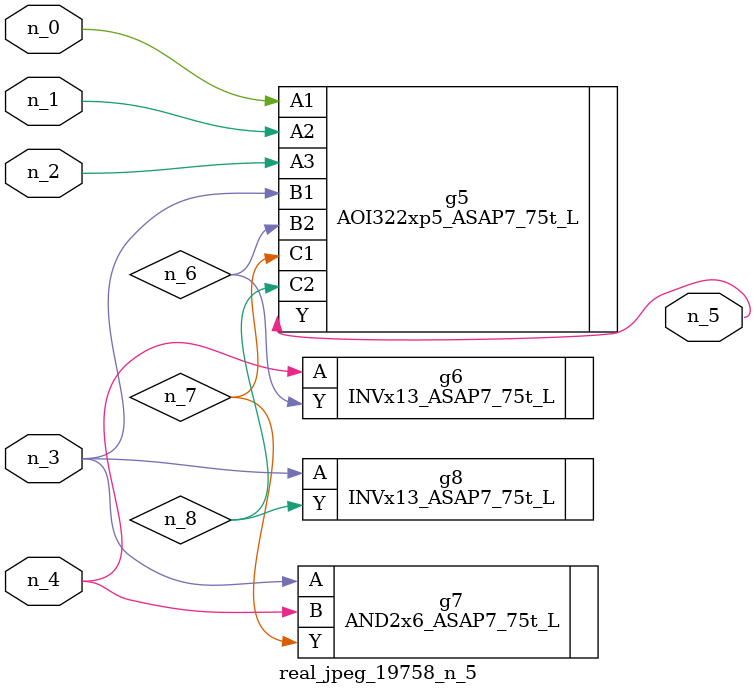
<source format=v>
module real_jpeg_19758_n_5 (n_4, n_0, n_1, n_2, n_3, n_5);

input n_4;
input n_0;
input n_1;
input n_2;
input n_3;

output n_5;

wire n_8;
wire n_6;
wire n_7;

AOI322xp5_ASAP7_75t_L g5 ( 
.A1(n_0),
.A2(n_1),
.A3(n_2),
.B1(n_3),
.B2(n_6),
.C1(n_7),
.C2(n_8),
.Y(n_5)
);

AND2x6_ASAP7_75t_L g7 ( 
.A(n_3),
.B(n_4),
.Y(n_7)
);

INVx13_ASAP7_75t_L g8 ( 
.A(n_3),
.Y(n_8)
);

INVx13_ASAP7_75t_L g6 ( 
.A(n_4),
.Y(n_6)
);


endmodule
</source>
